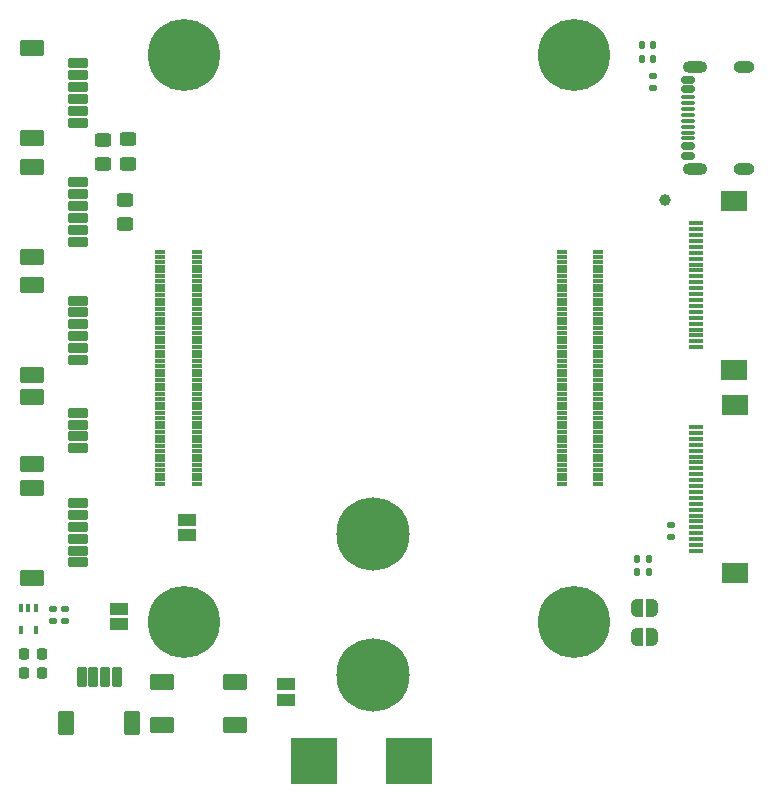
<source format=gbr>
%TF.GenerationSoftware,KiCad,Pcbnew,9.0.0*%
%TF.CreationDate,2025-05-04T18:28:28+01:00*%
%TF.ProjectId,specter,73706563-7465-4722-9e6b-696361645f70,rev?*%
%TF.SameCoordinates,Original*%
%TF.FileFunction,Soldermask,Top*%
%TF.FilePolarity,Negative*%
%FSLAX46Y46*%
G04 Gerber Fmt 4.6, Leading zero omitted, Abs format (unit mm)*
G04 Created by KiCad (PCBNEW 9.0.0) date 2025-05-04 18:28:28*
%MOMM*%
%LPD*%
G01*
G04 APERTURE LIST*
G04 Aperture macros list*
%AMRoundRect*
0 Rectangle with rounded corners*
0 $1 Rounding radius*
0 $2 $3 $4 $5 $6 $7 $8 $9 X,Y pos of 4 corners*
0 Add a 4 corners polygon primitive as box body*
4,1,4,$2,$3,$4,$5,$6,$7,$8,$9,$2,$3,0*
0 Add four circle primitives for the rounded corners*
1,1,$1+$1,$2,$3*
1,1,$1+$1,$4,$5*
1,1,$1+$1,$6,$7*
1,1,$1+$1,$8,$9*
0 Add four rect primitives between the rounded corners*
20,1,$1+$1,$2,$3,$4,$5,0*
20,1,$1+$1,$4,$5,$6,$7,0*
20,1,$1+$1,$6,$7,$8,$9,0*
20,1,$1+$1,$8,$9,$2,$3,0*%
%AMFreePoly0*
4,1,23,0.500000,-0.750000,0.000000,-0.750000,0.000000,-0.745722,-0.065263,-0.745722,-0.191342,-0.711940,-0.304381,-0.646677,-0.396677,-0.554381,-0.461940,-0.441342,-0.495722,-0.315263,-0.495722,-0.250000,-0.500000,-0.250000,-0.500000,0.250000,-0.495722,0.250000,-0.495722,0.315263,-0.461940,0.441342,-0.396677,0.554381,-0.304381,0.646677,-0.191342,0.711940,-0.065263,0.745722,0.000000,0.745722,
0.000000,0.750000,0.500000,0.750000,0.500000,-0.750000,0.500000,-0.750000,$1*%
%AMFreePoly1*
4,1,23,0.000000,0.745722,0.065263,0.745722,0.191342,0.711940,0.304381,0.646677,0.396677,0.554381,0.461940,0.441342,0.495722,0.315263,0.495722,0.250000,0.500000,0.250000,0.500000,-0.250000,0.495722,-0.250000,0.495722,-0.315263,0.461940,-0.441342,0.396677,-0.554381,0.304381,-0.646677,0.191342,-0.711940,0.065263,-0.745722,0.000000,-0.745722,0.000000,-0.750000,-0.500000,-0.750000,
-0.500000,0.750000,0.000000,0.750000,0.000000,0.745722,0.000000,0.745722,$1*%
G04 Aperture macros list end*
%ADD10RoundRect,0.102000X0.350000X-0.100000X0.350000X0.100000X-0.350000X0.100000X-0.350000X-0.100000X0*%
%ADD11RoundRect,0.102000X0.775000X-0.300000X0.775000X0.300000X-0.775000X0.300000X-0.775000X-0.300000X0*%
%ADD12RoundRect,0.102000X-0.900000X0.600000X-0.900000X-0.600000X0.900000X-0.600000X0.900000X0.600000X0*%
%ADD13O,1.800000X1.000000*%
%ADD14O,2.100000X1.000000*%
%ADD15RoundRect,0.150000X0.425000X-0.150000X0.425000X0.150000X-0.425000X0.150000X-0.425000X-0.150000X0*%
%ADD16RoundRect,0.075000X0.500000X-0.075000X0.500000X0.075000X-0.500000X0.075000X-0.500000X-0.075000X0*%
%ADD17C,6.200000*%
%ADD18R,2.200000X1.800000*%
%ADD19R,1.300000X0.300000*%
%ADD20R,4.000000X4.000000*%
%ADD21R,0.700000X0.200000*%
%ADD22C,6.100000*%
%ADD23C,1.000000*%
%ADD24RoundRect,0.135000X0.185000X-0.135000X0.185000X0.135000X-0.185000X0.135000X-0.185000X-0.135000X0*%
%ADD25RoundRect,0.218750X0.218750X0.256250X-0.218750X0.256250X-0.218750X-0.256250X0.218750X-0.256250X0*%
%ADD26RoundRect,0.102000X-0.775000X0.300000X-0.775000X-0.300000X0.775000X-0.300000X0.775000X0.300000X0*%
%ADD27RoundRect,0.102000X0.900000X-0.600000X0.900000X0.600000X-0.900000X0.600000X-0.900000X-0.600000X0*%
%ADD28FreePoly0,0.000000*%
%ADD29FreePoly1,0.000000*%
%ADD30RoundRect,0.250000X-0.450000X0.325000X-0.450000X-0.325000X0.450000X-0.325000X0.450000X0.325000X0*%
%ADD31RoundRect,0.135000X-0.135000X-0.185000X0.135000X-0.185000X0.135000X0.185000X-0.135000X0.185000X0*%
%ADD32R,1.500000X1.000000*%
%ADD33RoundRect,0.140000X-0.140000X-0.170000X0.140000X-0.170000X0.140000X0.170000X-0.140000X0.170000X0*%
%ADD34RoundRect,0.100000X-0.100000X0.225000X-0.100000X-0.225000X0.100000X-0.225000X0.100000X0.225000X0*%
%ADD35RoundRect,0.102000X0.900000X0.550000X-0.900000X0.550000X-0.900000X-0.550000X0.900000X-0.550000X0*%
%ADD36RoundRect,0.135000X0.135000X0.185000X-0.135000X0.185000X-0.135000X-0.185000X0.135000X-0.185000X0*%
%ADD37RoundRect,0.102000X-0.300000X-0.775000X0.300000X-0.775000X0.300000X0.775000X-0.300000X0.775000X0*%
%ADD38RoundRect,0.102000X0.600000X0.900000X-0.600000X0.900000X-0.600000X-0.900000X0.600000X-0.900000X0*%
G04 APERTURE END LIST*
D10*
%TO.C,J6*%
X112960000Y-88925195D03*
X116040000Y-88925195D03*
X112960000Y-89325195D03*
X116040000Y-89325195D03*
X112960000Y-89725195D03*
X116040000Y-89725195D03*
X112960000Y-90125195D03*
X116040000Y-90125195D03*
X112960000Y-90525195D03*
X116040000Y-90525195D03*
X112960000Y-90925195D03*
X116040000Y-90925195D03*
X112960000Y-91325195D03*
X116040000Y-91325195D03*
X112960000Y-91725195D03*
X116040000Y-91725195D03*
X112960000Y-92125195D03*
X116040000Y-92125195D03*
X112960000Y-92525195D03*
X116040000Y-92525195D03*
X112960000Y-92925195D03*
X116040000Y-92925195D03*
X112960000Y-93325195D03*
X116040000Y-93325195D03*
X112960000Y-93725195D03*
X116040000Y-93725195D03*
X112960000Y-94125195D03*
X116040000Y-94125195D03*
X112960000Y-94525195D03*
X116040000Y-94525195D03*
X112960000Y-94925195D03*
X116040000Y-94925195D03*
X112960000Y-95325195D03*
X116040000Y-95325195D03*
X112960000Y-95725195D03*
X116040000Y-95725195D03*
X112960000Y-96125195D03*
X116040000Y-96125195D03*
X112960000Y-96525195D03*
X116040000Y-96525195D03*
X112960000Y-96925195D03*
X116040000Y-96925195D03*
X112960000Y-97325195D03*
X116040000Y-97325195D03*
X112960000Y-97725195D03*
X116040000Y-97725195D03*
X112960000Y-98125195D03*
X116040000Y-98125195D03*
X112960000Y-98525195D03*
X116040000Y-98525195D03*
X112960000Y-98925195D03*
X116040000Y-98925195D03*
X112960000Y-99325195D03*
X116040000Y-99325195D03*
X112960000Y-99725195D03*
X116040000Y-99725195D03*
X112960000Y-100125195D03*
X116040000Y-100125195D03*
X112960000Y-100525195D03*
X116040000Y-100525195D03*
X112960000Y-100925195D03*
X116040000Y-100925195D03*
X112960000Y-101325195D03*
X116040000Y-101325195D03*
X112960000Y-101725195D03*
X116040000Y-101725195D03*
X112960000Y-102125195D03*
X116040000Y-102125195D03*
X112960000Y-102525195D03*
X116040000Y-102525195D03*
X112960000Y-102925195D03*
X116040000Y-102925195D03*
X112960000Y-103325195D03*
X116040000Y-103325195D03*
X112960000Y-103725195D03*
X116040000Y-103725195D03*
X112960000Y-104125195D03*
X116040000Y-104125195D03*
X112960000Y-104525195D03*
X116040000Y-104525195D03*
X112960000Y-104925195D03*
X116040000Y-104925195D03*
X112960000Y-105325195D03*
X116040000Y-105325195D03*
X112960000Y-105725195D03*
X116040000Y-105725195D03*
X112960000Y-106125195D03*
X116040000Y-106125195D03*
X112960000Y-106525195D03*
X116040000Y-106525195D03*
X112960000Y-106925195D03*
X116040000Y-106925195D03*
X112960000Y-107325195D03*
X116040000Y-107325195D03*
X112960000Y-107725195D03*
X116040000Y-107725195D03*
X112960000Y-108125195D03*
X116040000Y-108125195D03*
X112960000Y-108525195D03*
X116040000Y-108525195D03*
%TD*%
D11*
%TO.C,J30*%
X106000000Y-83000000D03*
X106000000Y-84000000D03*
X106000000Y-85000000D03*
X106000000Y-86000000D03*
X106000000Y-87000000D03*
X106000000Y-88000000D03*
D12*
X102125000Y-81700000D03*
X102125000Y-89300000D03*
%TD*%
D11*
%TO.C,J29*%
X106000000Y-72923000D03*
X106000000Y-73923000D03*
X106000000Y-74923000D03*
X106000000Y-75923000D03*
X106000000Y-76923000D03*
X106000000Y-77923000D03*
D12*
X102125000Y-71623000D03*
X102125000Y-79223000D03*
%TD*%
D11*
%TO.C,J28*%
X106000000Y-93000000D03*
X106000000Y-94000000D03*
X106000000Y-95000000D03*
X106000000Y-96000000D03*
X106000000Y-97000000D03*
X106000000Y-98000000D03*
D12*
X102125000Y-91700000D03*
X102125000Y-99300000D03*
%TD*%
D11*
%TO.C,J27*%
X106000000Y-110173000D03*
X106000000Y-111173000D03*
X106000000Y-112173000D03*
X106000000Y-113173000D03*
X106000000Y-114173000D03*
X106000000Y-115173000D03*
D12*
X102125000Y-108873000D03*
X102125000Y-116473000D03*
%TD*%
D10*
%TO.C,J9*%
X150040000Y-108525000D03*
X146960000Y-108525000D03*
X150040000Y-108125000D03*
X146960000Y-108125000D03*
X150040000Y-107725000D03*
X146960000Y-107725000D03*
X150040000Y-107325000D03*
X146960000Y-107325000D03*
X150040000Y-106925000D03*
X146960000Y-106925000D03*
X150040000Y-106525000D03*
X146960000Y-106525000D03*
X150040000Y-106125000D03*
X146960000Y-106125000D03*
X150040000Y-105725000D03*
X146960000Y-105725000D03*
X150040000Y-105325000D03*
X146960000Y-105325000D03*
X150040000Y-104925000D03*
X146960000Y-104925000D03*
X150040000Y-104525000D03*
X146960000Y-104525000D03*
X150040000Y-104125000D03*
X146960000Y-104125000D03*
X150040000Y-103725000D03*
X146960000Y-103725000D03*
X150040000Y-103325000D03*
X146960000Y-103325000D03*
X150040000Y-102925000D03*
X146960000Y-102925000D03*
X150040000Y-102525000D03*
X146960000Y-102525000D03*
X150040000Y-102125000D03*
X146960000Y-102125000D03*
X150040000Y-101725000D03*
X146960000Y-101725000D03*
X150040000Y-101325000D03*
X146960000Y-101325000D03*
X150040000Y-100925000D03*
X146960000Y-100925000D03*
X150040000Y-100525000D03*
X146960000Y-100525000D03*
X150040000Y-100125000D03*
X146960000Y-100125000D03*
X150040000Y-99725000D03*
X146960000Y-99725000D03*
X150040000Y-99325000D03*
X146960000Y-99325000D03*
X150040000Y-98925000D03*
X146960000Y-98925000D03*
X150040000Y-98525000D03*
X146960000Y-98525000D03*
X150040000Y-98125000D03*
X146960000Y-98125000D03*
X150040000Y-97725000D03*
X146960000Y-97725000D03*
X150040000Y-97325000D03*
X146960000Y-97325000D03*
X150040000Y-96925000D03*
X146960000Y-96925000D03*
X150040000Y-96525000D03*
X146960000Y-96525000D03*
X150040000Y-96125000D03*
X146960000Y-96125000D03*
X150040000Y-95725000D03*
X146960000Y-95725000D03*
X150040000Y-95325000D03*
X146960000Y-95325000D03*
X150040000Y-94925000D03*
X146960000Y-94925000D03*
X150040000Y-94525000D03*
X146960000Y-94525000D03*
X150040000Y-94125000D03*
X146960000Y-94125000D03*
X150040000Y-93725000D03*
X146960000Y-93725000D03*
X150040000Y-93325000D03*
X146960000Y-93325000D03*
X150040000Y-92925000D03*
X146960000Y-92925000D03*
X150040000Y-92525000D03*
X146960000Y-92525000D03*
X150040000Y-92125000D03*
X146960000Y-92125000D03*
X150040000Y-91725000D03*
X146960000Y-91725000D03*
X150040000Y-91325000D03*
X146960000Y-91325000D03*
X150040000Y-90925000D03*
X146960000Y-90925000D03*
X150040000Y-90525000D03*
X146960000Y-90525000D03*
X150040000Y-90125000D03*
X146960000Y-90125000D03*
X150040000Y-89725000D03*
X146960000Y-89725000D03*
X150040000Y-89325000D03*
X146960000Y-89325000D03*
X150040000Y-88925000D03*
X146960000Y-88925000D03*
%TD*%
D13*
%TO.C,J1*%
X162375000Y-73200000D03*
D14*
X158195000Y-73200000D03*
D13*
X162375000Y-81840000D03*
D14*
X158195000Y-81840000D03*
D15*
X157620000Y-80720000D03*
X157620000Y-79920000D03*
D16*
X157620000Y-79270000D03*
X157620000Y-78270000D03*
X157620000Y-76770000D03*
X157620000Y-75770000D03*
D15*
X157620000Y-75120000D03*
X157620000Y-74320000D03*
X157620000Y-74320000D03*
X157620000Y-75120000D03*
D16*
X157620000Y-76270000D03*
X157620000Y-77270000D03*
X157620000Y-77770000D03*
X157620000Y-78770000D03*
D15*
X157620000Y-79920000D03*
X157620000Y-80720000D03*
%TD*%
D17*
%TO.C,J3*%
X131000000Y-124725000D03*
X131000000Y-112725000D03*
%TD*%
D18*
%TO.C,J4*%
X161550000Y-84550000D03*
X161550000Y-98850000D03*
D19*
X158300000Y-96950000D03*
X158300000Y-96450000D03*
X158300000Y-95950000D03*
X158300000Y-95450000D03*
X158300000Y-94950000D03*
X158300000Y-94450000D03*
X158300000Y-93950000D03*
X158300000Y-93450000D03*
X158300000Y-92950000D03*
X158300000Y-92450000D03*
X158300000Y-91950000D03*
X158300000Y-91450000D03*
X158300000Y-90950000D03*
X158300000Y-90450000D03*
X158300000Y-89950000D03*
X158300000Y-89450000D03*
X158300000Y-88950000D03*
X158300000Y-88450000D03*
X158300000Y-87950000D03*
X158300000Y-87450000D03*
X158300000Y-86950000D03*
X158300000Y-86450000D03*
%TD*%
D18*
%TO.C,J5*%
X161600000Y-101800000D03*
X161600000Y-116100000D03*
D19*
X158350000Y-114200000D03*
X158350000Y-113700000D03*
X158350000Y-113200000D03*
X158350000Y-112700000D03*
X158350000Y-112200000D03*
X158350000Y-111700000D03*
X158350000Y-111200000D03*
X158350000Y-110700000D03*
X158350000Y-110200000D03*
X158350000Y-109700000D03*
X158350000Y-109200000D03*
X158350000Y-108700000D03*
X158350000Y-108200000D03*
X158350000Y-107700000D03*
X158350000Y-107200000D03*
X158350000Y-106700000D03*
X158350000Y-106200000D03*
X158350000Y-105700000D03*
X158350000Y-105200000D03*
X158350000Y-104700000D03*
X158350000Y-104200000D03*
X158350000Y-103700000D03*
%TD*%
D20*
%TO.C,J8*%
X134000000Y-132000000D03*
%TD*%
%TO.C,J23*%
X126000000Y-132000000D03*
%TD*%
D21*
%TO.C,Module1*%
X150040000Y-108525000D03*
X146960000Y-108525000D03*
X150040000Y-108125000D03*
X146960000Y-108125000D03*
X150040000Y-107725000D03*
X146960000Y-107725000D03*
X150040000Y-107325000D03*
X146960000Y-107325000D03*
X150040000Y-106925000D03*
X146960000Y-106925000D03*
X150040000Y-106525000D03*
X146960000Y-106525000D03*
X150040000Y-106125000D03*
X146960000Y-106125000D03*
X150040000Y-105725000D03*
X146960000Y-105725000D03*
X150040000Y-105325000D03*
X146960000Y-105325000D03*
X150040000Y-104925000D03*
X146960000Y-104925000D03*
X150040000Y-104525000D03*
X146960000Y-104525000D03*
X150040000Y-104125000D03*
X146960000Y-104125000D03*
X150040000Y-103725000D03*
X146960000Y-103725000D03*
X150040000Y-103325000D03*
X146960000Y-103325000D03*
X150040000Y-102925000D03*
X146960000Y-102925000D03*
X150040000Y-102525000D03*
X146960000Y-102525000D03*
X150040000Y-102125000D03*
X146960000Y-102125000D03*
X150040000Y-101725000D03*
X146960000Y-101725000D03*
X150040000Y-101325000D03*
X146960000Y-101325000D03*
X150040000Y-100925000D03*
X146960000Y-100925000D03*
X150040000Y-100525000D03*
X146960000Y-100525000D03*
X150040000Y-100125000D03*
X146960000Y-100125000D03*
X150040000Y-99725000D03*
X146960000Y-99725000D03*
X150040000Y-99325000D03*
X146960000Y-99325000D03*
X150040000Y-98925000D03*
X146960000Y-98925000D03*
X150040000Y-98525000D03*
X146960000Y-98525000D03*
X150040000Y-98125000D03*
X146960000Y-98125000D03*
X150040000Y-97725000D03*
X146960000Y-97725000D03*
X150040000Y-97325000D03*
X146960000Y-97325000D03*
X150040000Y-96925000D03*
X146960000Y-96925000D03*
X150040000Y-96525000D03*
X146960000Y-96525000D03*
X150040000Y-96125000D03*
X146960000Y-96125000D03*
X150040000Y-95725000D03*
X146960000Y-95725000D03*
X150040000Y-95325000D03*
X146960000Y-95325000D03*
X150040000Y-94925000D03*
X146960000Y-94925000D03*
X150040000Y-94525000D03*
X146960000Y-94525000D03*
X150040000Y-94125000D03*
X146960000Y-94125000D03*
X150040000Y-93725000D03*
X146960000Y-93725000D03*
X150040000Y-93325000D03*
X146960000Y-93325000D03*
X150040000Y-92925000D03*
X146960000Y-92925000D03*
X150040000Y-92525000D03*
X146960000Y-92525000D03*
X150040000Y-92125000D03*
X146960000Y-92125000D03*
X150040000Y-91725000D03*
X146960000Y-91725000D03*
X150040000Y-91325000D03*
X146960000Y-91325000D03*
X150040000Y-90925000D03*
X146960000Y-90925000D03*
X150040000Y-90525000D03*
X146960000Y-90525000D03*
X150040000Y-90125000D03*
X146960000Y-90125000D03*
X150040000Y-89725000D03*
X146960000Y-89725000D03*
X150040000Y-89325000D03*
X146960000Y-89325000D03*
X150040000Y-88925000D03*
X146960000Y-88925000D03*
X116040000Y-108525000D03*
X112960000Y-108525000D03*
X116040000Y-108125000D03*
X112960000Y-108125000D03*
X116040000Y-107725000D03*
X112960000Y-107725000D03*
X116040000Y-107325000D03*
X112960000Y-107325000D03*
X116040000Y-106925000D03*
X112960000Y-106925000D03*
X116040000Y-106525000D03*
X112960000Y-106525000D03*
X116040000Y-106125000D03*
X112960000Y-106125000D03*
X116040000Y-105725000D03*
X112960000Y-105725000D03*
X116040000Y-105325000D03*
X112960000Y-105325000D03*
X116040000Y-104925000D03*
X112960000Y-104925000D03*
X116040000Y-104525000D03*
X112960000Y-104525000D03*
X116040000Y-104125000D03*
X112960000Y-104125000D03*
X116040000Y-103725000D03*
X112960000Y-103725000D03*
X116040000Y-103325000D03*
X112960000Y-103325000D03*
X116040000Y-102925000D03*
X112960000Y-102925000D03*
X116040000Y-102525000D03*
X112960000Y-102525000D03*
X116040000Y-102125000D03*
X112960000Y-102125000D03*
X116040000Y-101725000D03*
X112960000Y-101725000D03*
X116040000Y-101325000D03*
X112960000Y-101325000D03*
X116040000Y-100925000D03*
X112960000Y-100925000D03*
X116040000Y-100525000D03*
X112960000Y-100525000D03*
X116040000Y-100125000D03*
X112960000Y-100125000D03*
X116040000Y-99725000D03*
X112960000Y-99725000D03*
X116040000Y-99325000D03*
X112960000Y-99325000D03*
X116040000Y-98925000D03*
X112960000Y-98925000D03*
X116040000Y-98525000D03*
X112960000Y-98525000D03*
X116040000Y-98125000D03*
X112960000Y-98125000D03*
X116040000Y-97725000D03*
X112960000Y-97725000D03*
X116040000Y-97325000D03*
X112960000Y-97325000D03*
X116040000Y-96925000D03*
X112960000Y-96925000D03*
X116040000Y-96525000D03*
X112960000Y-96525000D03*
X116040000Y-96125000D03*
X112960000Y-96125000D03*
X116040000Y-95725000D03*
X112960000Y-95725000D03*
X116040000Y-95325000D03*
X112960000Y-95325000D03*
X116040000Y-94925000D03*
X112960000Y-94925000D03*
X116040000Y-94525000D03*
X112960000Y-94525000D03*
X116040000Y-94125000D03*
X112960000Y-94125000D03*
X116040000Y-93725000D03*
X112960000Y-93725000D03*
X116040000Y-93325000D03*
X112960000Y-93325000D03*
X116040000Y-92925000D03*
X112960000Y-92925000D03*
X116040000Y-92525000D03*
X112960000Y-92525000D03*
X116040000Y-92125000D03*
X112960000Y-92125000D03*
X116040000Y-91725000D03*
X112960000Y-91725000D03*
X116040000Y-91325000D03*
X112960000Y-91325000D03*
X116040000Y-90925000D03*
X112960000Y-90925000D03*
X116040000Y-90525000D03*
X112960000Y-90525000D03*
X116040000Y-90125000D03*
X112960000Y-90125000D03*
X116040000Y-89725000D03*
X112960000Y-89725000D03*
X116040000Y-89325000D03*
X112960000Y-89325000D03*
X116040000Y-88925000D03*
X112960000Y-88925000D03*
D22*
X148000000Y-120225000D03*
X148000000Y-72225000D03*
X115000000Y-120225000D03*
X115000000Y-72225000D03*
%TD*%
D23*
%TO.C,TP35*%
X155700000Y-84500000D03*
%TD*%
D24*
%TO.C,R12*%
X156200000Y-113010000D03*
X156200000Y-111990000D03*
%TD*%
%TO.C,R17*%
X103900000Y-120110000D03*
X103900000Y-119090000D03*
%TD*%
D25*
%TO.C,D7*%
X102987500Y-122900000D03*
X101412500Y-122900000D03*
%TD*%
D26*
%TO.C,J22*%
X106000000Y-102500000D03*
X106000000Y-103500000D03*
X106000000Y-104500000D03*
X106000000Y-105500000D03*
D27*
X102125000Y-101200000D03*
X102125000Y-106800000D03*
%TD*%
D25*
%TO.C,D8*%
X102975000Y-124500000D03*
X101400000Y-124500000D03*
%TD*%
D28*
%TO.C,JP7*%
X153300000Y-121500000D03*
D29*
X154600000Y-121500000D03*
%TD*%
D30*
%TO.C,D5*%
X110000000Y-84475000D03*
X110000000Y-86525000D03*
%TD*%
D31*
%TO.C,R14*%
X153290000Y-114900000D03*
X154310000Y-114900000D03*
%TD*%
D32*
%TO.C,JP5*%
X109500000Y-120400000D03*
X109500000Y-119100000D03*
%TD*%
D28*
%TO.C,JP8*%
X153300000Y-119000000D03*
D29*
X154600000Y-119000000D03*
%TD*%
D30*
%TO.C,D4*%
X108100000Y-79375000D03*
X108100000Y-81425000D03*
%TD*%
D33*
%TO.C,C2*%
X153740000Y-72570000D03*
X154700000Y-72570000D03*
%TD*%
%TO.C,C1*%
X153720000Y-71320000D03*
X154680000Y-71320000D03*
%TD*%
D32*
%TO.C,JP1*%
X115200000Y-112850000D03*
X115200000Y-111550000D03*
%TD*%
D34*
%TO.C,U7*%
X102450000Y-119000000D03*
X101800000Y-119000000D03*
X101150000Y-119000000D03*
X101150000Y-120900000D03*
X102450000Y-120900000D03*
%TD*%
D35*
%TO.C,S1*%
X119300000Y-128950000D03*
X113100000Y-128950000D03*
X119300000Y-125250000D03*
X113100000Y-125250000D03*
%TD*%
D36*
%TO.C,R13*%
X154320000Y-116000000D03*
X153300000Y-116000000D03*
%TD*%
D30*
%TO.C,D6*%
X110200000Y-79350000D03*
X110200000Y-81400000D03*
%TD*%
D37*
%TO.C,J26*%
X106300000Y-124900000D03*
X107300000Y-124900000D03*
X108300000Y-124900000D03*
X109300000Y-124900000D03*
D38*
X105000000Y-128775000D03*
X110600000Y-128775000D03*
%TD*%
D32*
%TO.C,JP6*%
X123600000Y-126800000D03*
X123600000Y-125500000D03*
%TD*%
D24*
%TO.C,R19*%
X104900000Y-120110000D03*
X104900000Y-119090000D03*
%TD*%
%TO.C,R1*%
X154650000Y-75030000D03*
X154650000Y-74010000D03*
%TD*%
M02*

</source>
